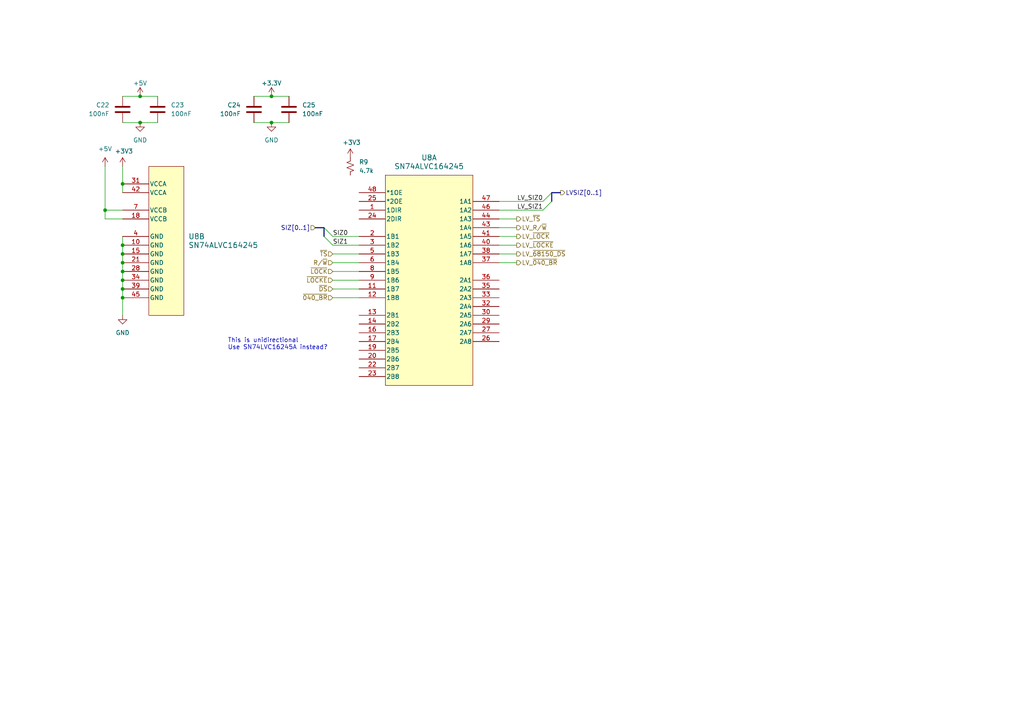
<source format=kicad_sch>
(kicad_sch (version 20230121) (generator eeschema)
  (paper "A4")
  (lib_symbols
    (symbol "68040:SN74ALVC164245" (pin_names (offset 0.254))
      (property "Reference" "U" (at 0 35.56 0))
      (property "Value" "SN74ALVC164245" (at 0 33.02 0))
      (symbol "SN74ALVC164245_1_1"
        (rectangle (start -12.7 30.48) (end 12.7 -30.48) (fill (type background)))
        (pin input line (at -20.32 20.32 0) (length 7.62) (name "1DIR") (number "1"))
        (pin bidirectional line (at -20.32 -2.54 0) (length 7.62) (name "1B7") (number "11"))
        (pin bidirectional line (at -20.32 -5.08 0) (length 7.62) (name "1B8") (number "12"))
        (pin bidirectional line (at -20.32 -10.16 0) (length 7.62) (name "2B1") (number "13"))
        (pin bidirectional line (at -20.32 -12.7 0) (length 7.62) (name "2B2") (number "14"))
        (pin bidirectional line (at -20.32 -15.24 0) (length 7.62) (name "2B3") (number "16"))
        (pin bidirectional line (at -20.32 -17.78 0) (length 7.62) (name "2B4") (number "17"))
        (pin bidirectional line (at -20.32 -20.32 0) (length 7.62) (name "2B5") (number "19"))
        (pin bidirectional line (at -20.32 12.7 0) (length 7.62) (name "1B1") (number "2"))
        (pin bidirectional line (at -20.32 -22.86 0) (length 7.62) (name "2B6") (number "20"))
        (pin bidirectional line (at -20.32 -25.4 0) (length 7.62) (name "2B7") (number "22"))
        (pin bidirectional line (at -20.32 -27.94 0) (length 7.62) (name "2B8") (number "23"))
        (pin input line (at -20.32 17.78 0) (length 7.62) (name "2DIR") (number "24"))
        (pin input line (at -20.32 22.86 0) (length 7.62) (name "*2OE") (number "25"))
        (pin bidirectional line (at 20.32 -17.78 180) (length 7.62) (name "2A8") (number "26"))
        (pin bidirectional line (at 20.32 -15.24 180) (length 7.62) (name "2A7") (number "27"))
        (pin bidirectional line (at 20.32 -12.7 180) (length 7.62) (name "2A6") (number "29"))
        (pin bidirectional line (at -20.32 10.16 0) (length 7.62) (name "1B2") (number "3"))
        (pin bidirectional line (at 20.32 -10.16 180) (length 7.62) (name "2A5") (number "30"))
        (pin bidirectional line (at 20.32 -7.62 180) (length 7.62) (name "2A4") (number "32"))
        (pin bidirectional line (at 20.32 -5.08 180) (length 7.62) (name "2A3") (number "33"))
        (pin bidirectional line (at 20.32 -2.54 180) (length 7.62) (name "2A2") (number "35"))
        (pin bidirectional line (at 20.32 0 180) (length 7.62) (name "2A1") (number "36"))
        (pin bidirectional line (at 20.32 5.08 180) (length 7.62) (name "1A8") (number "37"))
        (pin bidirectional line (at 20.32 7.62 180) (length 7.62) (name "1A7") (number "38"))
        (pin bidirectional line (at 20.32 10.16 180) (length 7.62) (name "1A6") (number "40"))
        (pin bidirectional line (at 20.32 12.7 180) (length 7.62) (name "1A5") (number "41"))
        (pin bidirectional line (at 20.32 15.24 180) (length 7.62) (name "1A4") (number "43"))
        (pin bidirectional line (at 20.32 17.78 180) (length 7.62) (name "1A3") (number "44"))
        (pin bidirectional line (at 20.32 20.32 180) (length 7.62) (name "1A2") (number "46"))
        (pin bidirectional line (at 20.32 22.86 180) (length 7.62) (name "1A1") (number "47"))
        (pin input line (at -20.32 25.4 0) (length 7.62) (name "*1OE") (number "48"))
        (pin bidirectional line (at -20.32 7.62 0) (length 7.62) (name "1B3") (number "5"))
        (pin bidirectional line (at -20.32 5.08 0) (length 7.62) (name "1B4") (number "6"))
        (pin bidirectional line (at -20.32 2.54 0) (length 7.62) (name "1B5") (number "8"))
        (pin bidirectional line (at -20.32 0 0) (length 7.62) (name "1B6") (number "9"))
      )
      (symbol "SN74ALVC164245_2_1"
        (rectangle (start 7.62 5.08) (end 17.78 -38.1) (fill (type background)))
        (pin power_in line (at 0 -17.78 0) (length 7.62) (name "GND") (number "10"))
        (pin power_in line (at 0 -20.32 0) (length 7.62) (name "GND") (number "15"))
        (pin power_in line (at 0 -10.16 0) (length 7.62) (name "VCCB") (number "18"))
        (pin power_in line (at 0 -22.86 0) (length 7.62) (name "GND") (number "21"))
        (pin power_in line (at 0 -25.4 0) (length 7.62) (name "GND") (number "28"))
        (pin power_in line (at 0 0 0) (length 7.62) (name "VCCA") (number "31"))
        (pin power_in line (at 0 -27.94 0) (length 7.62) (name "GND") (number "34"))
        (pin power_in line (at 0 -30.48 0) (length 7.62) (name "GND") (number "39"))
        (pin power_in line (at 0 -15.24 0) (length 7.62) (name "GND") (number "4"))
        (pin power_in line (at 0 -2.54 0) (length 7.62) (name "VCCA") (number "42"))
        (pin power_in line (at 0 -33.02 0) (length 7.62) (name "GND") (number "45"))
        (pin power_in line (at 0 -7.62 0) (length 7.62) (name "VCCB") (number "7"))
      )
    )
    (symbol "Device:C" (pin_numbers hide) (pin_names (offset 0.254))
      (property "Reference" "C" (at 0.635 2.54 0))
      (property "Value" "C" (at 0.635 -2.54 0))
      (symbol "C_0_1"
        (polyline (pts (xy -2.032 -0.762) (xy 2.032 -0.762)) (stroke (width 0.508)))
        (polyline (pts (xy -2.032 0.762) (xy 2.032 0.762)) (stroke (width 0.508)))
      )
      (symbol "C_1_1"
        (pin passive line (at 0 3.81 270) (length 2.794) (name "~") (number "1"))
        (pin passive line (at 0 -3.81 90) (length 2.794) (name "~") (number "2"))
      )
    )
    (symbol "Device:R_Small_US" (pin_numbers hide) (pin_names (offset 0.254) hide)
      (property "Reference" "R" (at 0.762 0.508 0))
      (property "Value" "R_Small_US" (at 0.762 -1.016 0))
      (symbol "R_Small_US_1_1"
        (polyline (pts (xy 0 0) (xy 1.016 -0.381) (xy 0 -0.762) (xy -1.016 -1.143) (xy 0 -1.524)))
        (polyline (pts (xy 0 1.524) (xy 1.016 1.143) (xy 0 0.762) (xy -1.016 0.381) (xy 0 0)))
        (pin passive line (at 0 2.54 270) (length 1.016) (name "~") (number "1"))
        (pin passive line (at 0 -2.54 90) (length 1.016) (name "~") (number "2"))
      )
    )
    (symbol "UPduino_v3.0:power_+3.3V" (power) (pin_names (offset 0))
      (property "Value" "power_+3.3V" (at 0 3.556 0))
      (symbol "power_+3.3V_0_1"
        (polyline (pts (xy -0.762 1.27) (xy 0 2.54)))
        (polyline (pts (xy 0 0) (xy 0 2.54)))
        (polyline (pts (xy 0 2.54) (xy 0.762 1.27)))
      )
      (symbol "power_+3.3V_1_1"
        (pin power_in line (at 0 0 90) (length 0) hide (name "+3V3") (number "1"))
      )
    )
    (symbol "power:+3.3V" (power) (pin_names (offset 0))
      (property "Value" "+3.3V" (at 0 3.556 0))
      (symbol "+3.3V_0_1"
        (polyline (pts (xy -0.762 1.27) (xy 0 2.54)))
        (polyline (pts (xy 0 0) (xy 0 2.54)))
        (polyline (pts (xy 0 2.54) (xy 0.762 1.27)))
      )
      (symbol "+3.3V_1_1"
        (pin power_in line (at 0 0 90) (length 0) hide (name "+3.3V") (number "1"))
      )
    )
    (symbol "power:+5V" (power) (pin_names (offset 0))
      (property "Value" "+5V" (at 0 3.556 0))
      (symbol "+5V_0_1"
        (polyline (pts (xy -0.762 1.27) (xy 0 2.54)))
        (polyline (pts (xy 0 0) (xy 0 2.54)))
        (polyline (pts (xy 0 2.54) (xy 0.762 1.27)))
      )
      (symbol "+5V_1_1"
        (pin power_in line (at 0 0 90) (length 0) hide (name "+5V") (number "1"))
      )
    )
    (symbol "power:GND" (power) (pin_names (offset 0))
      (property "Value" "GND" (at 0 -3.81 0))
      (symbol "GND_0_1"
        (polyline (pts (xy 0 0) (xy 0 -1.27) (xy 1.27 -1.27) (xy 0 -2.54) (xy -1.27 -1.27) (xy 0 -1.27)))
      )
      (symbol "GND_1_1"
        (pin power_in line (at 0 0 270) (length 0) hide (name "GND") (number "1"))
      )
    )
  )
  (junction (at 35.56 86.36))
  (junction (at 35.56 76.2))
  (junction (at 78.74 27.94))
  (junction (at 35.56 83.82))
  (junction (at 78.74 35.56))
  (junction (at 40.64 35.56))
  (junction (at 35.56 73.66))
  (junction (at 35.56 78.74))
  (junction (at 30.48 60.96))
  (junction (at 35.56 53.34))
  (junction (at 35.56 71.12))
  (junction (at 40.64 27.94))
  (junction (at 35.56 81.28))
  (bus_entry (at 93.98 68.58) (size 2.54 2.54))
  (bus_entry (at 160.02 58.42) (size -2.54 2.54))
  (bus_entry (at 160.02 55.88) (size -2.54 2.54))
  (bus_entry (at 93.98 66.04) (size 2.54 2.54))
  (wire (pts (xy 40.64 35.56) (xy 45.72 35.56)))
  (wire (pts (xy 78.74 27.94) (xy 83.82 27.94)))
  (wire (pts (xy 35.56 27.94) (xy 40.64 27.94)))
  (wire (pts (xy 96.52 81.28) (xy 104.14 81.28)))
  (wire (pts (xy 144.78 66.04) (xy 149.86 66.04)))
  (wire (pts (xy 96.52 68.58) (xy 104.14 68.58)))
  (wire (pts (xy 96.52 86.36) (xy 104.14 86.36)))
  (wire (pts (xy 73.66 35.56) (xy 78.74 35.56)))
  (wire (pts (xy 35.56 48.26) (xy 35.56 53.34)))
  (wire (pts (xy 96.52 76.2) (xy 104.14 76.2)))
  (wire (pts (xy 144.78 60.96) (xy 157.48 60.96)))
  (wire (pts (xy 35.56 35.56) (xy 40.64 35.56)))
  (wire (pts (xy 96.52 83.82) (xy 104.14 83.82)))
  (wire (pts (xy 78.74 35.56) (xy 83.82 35.56)))
  (wire (pts (xy 96.52 71.12) (xy 104.14 71.12)))
  (wire (pts (xy 35.56 71.12) (xy 35.56 73.66)))
  (wire (pts (xy 144.78 71.12) (xy 149.86 71.12)))
  (wire (pts (xy 40.64 27.94) (xy 45.72 27.94)))
  (wire (pts (xy 35.56 76.2) (xy 35.56 78.74)))
  (wire (pts (xy 144.78 76.2) (xy 149.86 76.2)))
  (wire (pts (xy 144.78 58.42) (xy 157.48 58.42)))
  (wire (pts (xy 73.66 27.94) (xy 78.74 27.94)))
  (wire (pts (xy 144.78 73.66) (xy 149.86 73.66)))
  (wire (pts (xy 30.48 60.96) (xy 35.56 60.96)))
  (wire (pts (xy 35.56 73.66) (xy 35.56 76.2)))
  (wire (pts (xy 35.56 83.82) (xy 35.56 86.36)))
  (wire (pts (xy 144.78 68.58) (xy 149.86 68.58)))
  (wire (pts (xy 96.52 78.74) (xy 104.14 78.74)))
  (wire (pts (xy 35.56 86.36) (xy 35.56 91.44)))
  (wire (pts (xy 96.52 73.66) (xy 104.14 73.66)))
  (bus (pts (xy 93.98 66.04) (xy 93.98 68.58)))
  (bus (pts (xy 93.98 66.04) (xy 91.44 66.04)))
  (wire (pts (xy 30.48 60.96) (xy 30.48 63.5)))
  (wire (pts (xy 30.48 48.26) (xy 30.48 60.96)))
  (wire (pts (xy 144.78 63.5) (xy 149.86 63.5)))
  (bus (pts (xy 160.02 55.88) (xy 160.02 58.42)))
  (wire (pts (xy 35.56 53.34) (xy 35.56 55.88)))
  (wire (pts (xy 35.56 81.28) (xy 35.56 83.82)))
  (wire (pts (xy 35.56 68.58) (xy 35.56 71.12)))
  (bus (pts (xy 160.02 55.88) (xy 162.56 55.88)))
  (wire (pts (xy 30.48 63.5) (xy 35.56 63.5)))
  (wire (pts (xy 35.56 78.74) (xy 35.56 81.28)))
  (text "This is unidirectional\nUse SN74LVC16245A instead?" (at 66.04 101.6 0) (effects (font (size 1.27 1.27)) (justify left bottom)))
  (label "SIZ1" (at 96.52 71.12 0))
  (label "SIZ0" (at 96.52 68.58 0))
  (label "LV_SIZ0" (at 157.48 58.42 180))
  (label "LV_SIZ1" (at 157.48 60.96 180))
  (hierarchical_label "~{TS}" (shape input) (at 96.52 73.66 180))
  (hierarchical_label "LV_R{slash}~{W}" (shape output) (at 149.86 66.04 0))
  (hierarchical_label "LV_~{TS}" (shape output) (at 149.86 63.5 0))
  (hierarchical_label "SIZ[0..1]" (shape input) (at 91.44 66.04 180))
  (hierarchical_label "R{slash}~{W}" (shape input) (at 96.52 76.2 180))
  (hierarchical_label "LVSIZ[0..1]" (shape output) (at 162.56 55.88 0))
  (hierarchical_label "~{LOCKE}" (shape input) (at 96.52 81.28 180))
  (hierarchical_label "LV_~{68150_DS}" (shape output) (at 149.86 73.66 0))
  (hierarchical_label "~{040_BR}" (shape input) (at 96.52 86.36 180))
  (hierarchical_label "~{DS}" (shape input) (at 96.52 83.82 180))
  (hierarchical_label "LV_~{LOCK}" (shape output) (at 149.86 68.58 0))
  (hierarchical_label "LV_~{LOCKE}" (shape output) (at 149.86 71.12 0))
  (hierarchical_label "LV_~{040_BR}" (shape output) (at 149.86 76.2 0))
  (hierarchical_label "~{LOCK}" (shape input) (at 96.52 78.74 180))
  (symbol (lib_id "68040:SN74ALVC164245") (at 35.56 53.34 0) (unit 2)
    (property "Reference" "U8" (at 54.61 68.58 0) (effects (font (size 1.524 1.524)) (justify left)))
    (property "Value" "SN74ALVC164245" (at 54.61 71.12 0) (effects (font (size 1.524 1.524)) (justify left)))
    (property "Footprint" "Package_SO:TSSOP-48_6.1x12.5mm_P0.5mm" (effects hide))
    (property "Datasheet" "SN74ALVC164245DLR" (effects hide))
  )
  (symbol (lib_id "Device:C") (at 45.72 31.75 0) (unit 1)
    (property "Reference" "C23" (at 49.53 30.48 0) (effects (justify left)))
    (property "Value" "100nF" (at 49.53 33.02 0) (effects (justify left)))
    (instances (project "68040pc" (path "" (reference "C23") (unit 1)) (path "" (reference "C29") (unit 1)) (path "" (reference "C29") (unit 1))))
  )
  (symbol (lib_id "Device:R_Small_US") (at 101.6 48.26 0) (mirror y) (unit 1)
    (property "Reference" "R9" (at 104.14 46.99 0) (effects (justify right)))
    (property "Value" "4.7k" (at 104.14 49.53 0) (effects (justify right)))
  )
  (symbol (lib_id "power:GND") (at 40.64 35.56 0) (unit 1)
    (property "Reference" "#PWR0184" (effects hide))
    (property "Value" "GND" (at 40.64 40.64 0))
    (instances (project "68040pc" (path "" (reference "#PWR0184") (unit 1)) (path "" (reference "#PWR0182") (unit 1))))
  )
  (symbol (lib_id "Device:C") (at 73.66 31.75 0) (mirror y) (unit 1)
    (property "Reference" "C24" (at 69.85 30.48 0) (effects (justify left)))
    (property "Value" "100nF" (at 69.85 33.02 0) (effects (justify left)))
    (instances (project "68040pc" (path "" (reference "C24") (unit 1)) (path "" (reference "C30") (unit 1)) (path "" (reference "C30") (unit 1))))
  )
  (symbol (lib_id "68040:SN74ALVC164245") (at 124.46 81.28 0) (unit 1)
    (property "Reference" "U8" (at 124.46 45.72 0) (effects (font (size 1.524 1.524))))
    (property "Value" "SN74ALVC164245" (at 124.46 48.26 0) (effects (font (size 1.524 1.524))))
    (property "Footprint" "Package_SO:TSSOP-48_6.1x12.5mm_P0.5mm" (effects hide))
    (property "Datasheet" "SN74ALVC164245DLR" (effects hide))
  )
  (symbol (lib_id "power:GND") (at 35.56 91.44 0) (unit 1)
    (property "Reference" "#PWR0180" (effects hide))
    (property "Value" "GND" (at 35.56 96.52 0))
  )
  (symbol (lib_id "Device:C") (at 35.56 31.75 0) (mirror y) (unit 1)
    (property "Reference" "C22" (at 31.75 30.48 0) (effects (justify left)))
    (property "Value" "100nF" (at 31.75 33.02 0) (effects (justify left)))
    (instances (project "68040pc" (path "" (reference "C22") (unit 1)) (path "" (reference "C28") (unit 1)) (path "" (reference "C28") (unit 1))))
  )
  (symbol (lib_id "UPduino_v3.0:power_+3.3V") (at 101.6 45.72 0) (unit 1)
    (property "Reference" "#PWR047" (effects hide))
    (property "Value" "+3.3V" (at 101.981 41.3258 0))
    (instances (project "UPduino_v3.0" (path "" (reference "#PWR047") (unit 1))) (project "68040pc" (path "" (reference "#PWR0100") (unit 1)) (path "" (reference "#PWR026") (unit 1)) (path "" (reference "#PWR0181") (unit 1)) (path "" (reference "#PWR0185") (unit 1))))
  )
  (symbol (lib_id "Device:C") (at 83.82 31.75 0) (unit 1)
    (property "Reference" "C25" (at 87.63 30.48 0) (effects (justify left)))
    (property "Value" "100nF" (at 87.63 33.02 0) (effects (justify left)))
    (instances (project "68040pc" (path "" (reference "C25") (unit 1)) (path "" (reference "C31") (unit 1)) (path "" (reference "C31") (unit 1))))
  )
  (symbol (lib_id "power:+5V") (at 40.64 27.94 0) (unit 1)
    (property "Reference" "#PWR0182" (effects hide))
    (property "Value" "+5V" (at 40.64 24.13 0))
    (instances (project "68040pc" (path "" (reference "#PWR0182") (unit 1)) (path "" (reference "#PWR0181") (unit 1))))
  )
  (symbol (lib_id "power:+3.3V") (at 78.74 27.94 0) (unit 1)
    (property "Reference" "#PWR0183" (effects hide))
    (property "Value" "+3.3V" (at 78.74 24.13 0))
  )
  (symbol (lib_id "UPduino_v3.0:power_+3.3V") (at 35.56 48.26 0) (unit 1)
    (property "Reference" "#PWR047" (effects hide))
    (property "Value" "+3.3V" (at 35.941 43.8658 0))
    (instances (project "UPduino_v3.0" (path "" (reference "#PWR047") (unit 1))) (project "68040pc" (path "" (reference "#PWR0100") (unit 1)) (path "" (reference "#PWR026") (unit 1)) (path "" (reference "#PWR0179") (unit 1)) (path "" (reference "#PWR0179") (unit 1))))
  )
  (symbol (lib_id "power:GND") (at 78.74 35.56 0) (unit 1)
    (property "Reference" "#PWR0185" (effects hide))
    (property "Value" "GND" (at 78.74 40.64 0))
    (instances (project "68040pc" (path "" (reference "#PWR0185") (unit 1)) (path "" (reference "#PWR0184") (unit 1))))
  )
  (symbol (lib_id "power:+5V") (at 30.48 48.26 0) (unit 1)
    (property "Reference" "#PWR0178" (effects hide))
    (property "Value" "+5V" (at 30.48 43.18 0))
    (instances (project "68040pc" (path "" (reference "#PWR0178") (unit 1)) (path "" (reference "#PWR099") (unit 1)) (path "" (reference "#PWR025") (unit 1)) (path "" (reference "#PWR0178") (unit 1))))
  )
)
</source>
